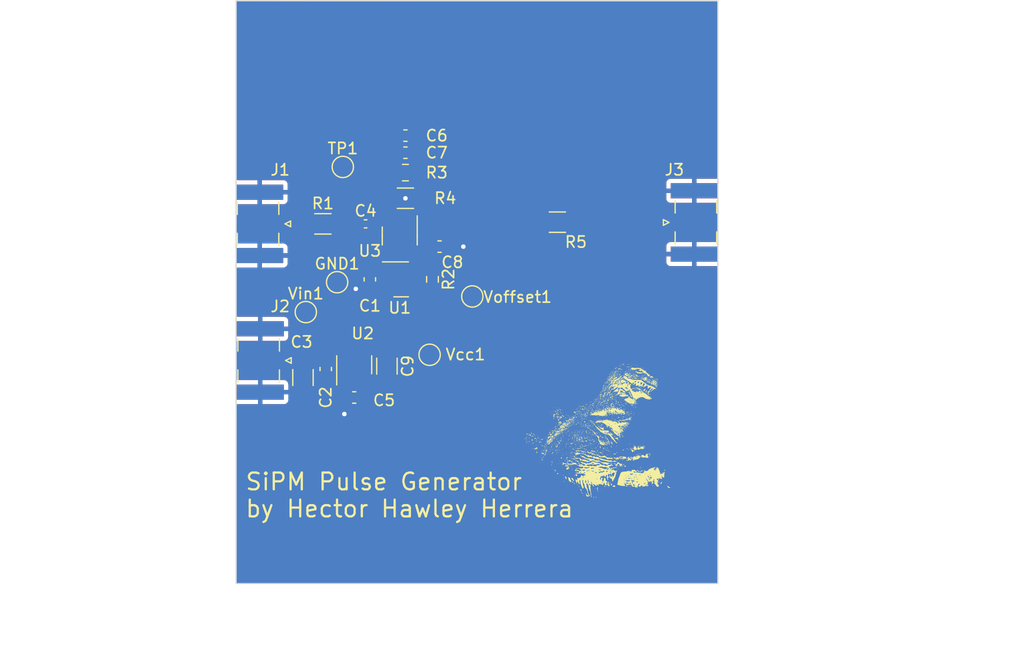
<source format=kicad_pcb>
(kicad_pcb (version 20221018) (generator pcbnew)
  (layers (0 "F.Cu" signal) (31 "B.Cu" signal) (34 "B.Paste" user) (35 "F.Paste" user) (36 "B.SilkS" user "B.Silkscreen") (37 "F.SilkS" user "F.Silkscreen") (38 "B.Mask" user) (39 "F.Mask" user) (44 "Edge.Cuts" user))
  (net 0 "")
  (net 1 "Net-(U3-+)")
  (net 2 "Vcc")
  (net 3 "GND")
  (net 4 "Voffset")
  (net 5 "Net-(J2-In)")
  (net 6 "Net-(U2-Bypass)")
  (net 7 "Net-(J1-In)")
  (net 8 "Net-(J3-In)")
  (net 9 "Net-(C4-Pad1)")
  (net 10 "Net-(C6-Pad2)")
  (footprint "Connector_Coaxial:SMA_Samtec_SMA-J-P-X-ST-EM1_EdgeMount" (layer "F.Cu") (at 131.826 132.08 -90)
    (fp_text reference "J2" (at -4.826 -1.778 -180) (layer "F.SilkS"))
    (fp_text value "Power")
    (pad "1" smd rect (at 0 0.2 270) (size 1.27 3.6) (layers "F.Cu" "F.Paste" "F.Mask") (net 5 "Net-(J2-In)"))
    (pad "2" smd rect (at -2.825 0 270) (size 1.35 4.2) (layers "F.Cu" "F.Paste" "F.Mask") (net 3 "GND"))
    (pad "2" smd rect (at -2.825 0 270) (size 1.35 4.2) (layers "B.Cu" "B.Paste" "B.Mask") (net 3 "GND"))
    (pad "2" smd rect (at 2.825 0 270) (size 1.35 4.2) (layers "F.Cu" "F.Paste" "F.Mask") (net 3 "GND"))
    (pad "2" smd rect (at 2.825 0 270) (size 1.35 4.2) (layers "B.Cu" "B.Paste" "B.Mask") (net 3 "GND"))
  )
  (footprint "Capacitor_SMD:C_0603_1608Metric_Pad1.08x0.95mm_HandSolder" (layer "F.Cu") (at 141.605 124.841 -90)
    (fp_text reference "C1" (at 2.359 -0.005 -180) (layer "F.SilkS"))
    (fp_text value "100n")
    (pad "1" smd roundrect (at -0.8625 0 270) (size 1.075 0.95) (layers "F.Cu" "F.Paste" "F.Mask") (net 4 "Voffset"))
    (pad "2" smd roundrect (at 0.8625 0 270) (size 1.075 0.95) (layers "F.Cu" "F.Paste" "F.Mask") (net 3 "GND"))
  )
  (footprint "TestPoint:TestPoint_Pad_D1.5mm" (layer "F.Cu") (at 139.192 114.808)
    (fp_text reference "TP1" (at 0 -1.648) (layer "F.SilkS"))
    (fp_text value "TestPoint")
    (pad "1" smd circle (at 0 0) (size 1.5 1.5) (layers "F.Cu" "F.Mask") (net 9 "Net-(C4-Pad1)"))
  )
  (footprint "ChargeInjectorLib:godzilla02" (layer "F.Cu") (at 161.454398 137.97877)
    (fp_text reference "G***" hide)
    (fp_text value "LOGO" hide)
  )
  (footprint "Connector_Coaxial:SMA_Samtec_SMA-J-P-X-ST-EM1_EdgeMount" (layer "F.Cu") (at 131.772 119.888 -90)
    (fp_text reference "J1" (at -4.826 -1.832 -180) (layer "F.SilkS"))
    (fp_text value "In")
    (pad "1" smd rect (at 0 0.2 270) (size 1.27 3.6) (layers "F.Cu" "F.Paste" "F.Mask") (net 7 "Net-(J1-In)"))
    (pad "2" smd rect (at -2.825 0 270) (size 1.35 4.2) (layers "F.Cu" "F.Paste" "F.Mask") (net 3 "GND"))
    (pad "2" smd rect (at -2.825 0 270) (size 1.35 4.2) (layers "B.Cu" "B.Paste" "B.Mask") (net 3 "GND"))
    (pad "2" smd rect (at 2.825 0 270) (size 1.35 4.2) (layers "F.Cu" "F.Paste" "F.Mask") (net 3 "GND"))
    (pad "2" smd rect (at 2.825 0 270) (size 1.35 4.2) (layers "B.Cu" "B.Paste" "B.Mask") (net 3 "GND"))
  )
  (footprint "Resistor_SMD:R_1206_3216Metric_Pad1.30x1.75mm_HandSolder" (layer "F.Cu") (at 137.414 119.888)
    (fp_text reference "R1" (at 0 -1.82) (layer "F.SilkS"))
    (fp_text value "Placeholder")
    (pad "1" smd roundrect (at -1.55 0) (size 1.3 1.75) (layers "F.Cu" "F.Paste" "F.Mask") (roundrect_rratio 0.1923076923) (net 7 "Net-(J1-In)"))
    (pad "2" smd roundrect (at 1.55 0) (size 1.3 1.75) (layers "F.Cu" "F.Paste" "F.Mask") (roundrect_rratio 0.1923076923) (net 9 "Net-(C4-Pad1)"))
  )
  (footprint "Capacitor_SMD:C_0603_1608Metric_Pad1.08x0.95mm_HandSolder" (layer "F.Cu") (at 144.78 113.538 180)
    (fp_text reference "C7" (at -2.794 0) (layer "F.SilkS"))
    (fp_text value "3.3n")
    (pad "1" smd roundrect (at -0.8625 0 180) (size 1.075 0.95) (layers "F.Cu" "F.Paste" "F.Mask") (net 10 "Net-(C6-Pad2)"))
    (pad "2" smd roundrect (at 0.8625 0 180) (size 1.075 0.95) (layers "F.Cu" "F.Paste" "F.Mask") (net 1 "Net-(U3-+)"))
  )
  (footprint "Capacitor_SMD:C_0603_1608Metric_Pad1.08x0.95mm_HandSolder" (layer "F.Cu") (at 147.828 121.92)
    (fp_text reference "C8" (at 1.143 1.397) (layer "F.SilkS"))
    (fp_text value "100n")
    (pad "1" smd roundrect (at -0.8625 0) (size 1.075 0.95) (layers "F.Cu" "F.Paste" "F.Mask") (net 2 "Vcc"))
    (pad "2" smd roundrect (at 0.8625 0) (size 1.075 0.95) (layers "F.Cu" "F.Paste" "F.Mask") (net 3 "GND"))
  )
  (footprint "Capacitor_SMD:C_0603_1608Metric_Pad1.08x0.95mm_HandSolder" (layer "F.Cu") (at 140.208 135.382 180)
    (fp_text reference "C5" (at -2.667 -0.254) (layer "F.SilkS"))
    (fp_text value "100n")
    (pad "1" smd roundrect (at -0.8625 0 180) (size 1.075 0.95) (layers "F.Cu" "F.Paste" "F.Mask") (net 6 "Net-(U2-Bypass)"))
    (pad "2" smd roundrect (at 0.8625 0 180) (size 1.075 0.95) (layers "F.Cu" "F.Paste" "F.Mask") (net 3 "GND"))
  )
  (footprint "TestPoint:TestPoint_Pad_D1.5mm" (layer "F.Cu") (at 138.684 125.095)
    (fp_text reference "GND1" (at 0 -1.648) (layer "F.SilkS"))
    (fp_text value "TestPoint")
    (pad "1" smd circle (at 0 0) (size 1.5 1.5) (layers "F.Cu" "F.Mask") (net 3 "GND"))
  )
  (footprint "Connector_Coaxial:SMA_Samtec_SMA-J-P-X-ST-EM1_EdgeMount" (layer "F.Cu") (at 170.561 119.761 90)
    (fp_text reference "J3" (at 4.699 -1.778 180) (layer "F.SilkS"))
    (fp_text value "OUT")
    (pad "1" smd rect (at 0 0.2 90) (size 1.27 3.6) (layers "F.Cu" "F.Paste" "F.Mask") (net 8 "Net-(J3-In)"))
    (pad "2" smd rect (at -2.825 0 90) (size 1.35 4.2) (layers "F.Cu" "F.Paste" "F.Mask") (net 3 "GND"))
    (pad "2" smd rect (at -2.825 0 90) (size 1.35 4.2) (layers "B.Cu" "B.Paste" "B.Mask") (net 3 "GND"))
    (pad "2" smd rect (at 2.825 0 90) (size 1.35 4.2) (layers "F.Cu" "F.Paste" "F.Mask") (net 3 "GND"))
    (pad "2" smd rect (at 2.825 0 90) (size 1.35 4.2) (layers "B.Cu" "B.Paste" "B.Mask") (net 3 "GND"))
  )
  (footprint "TestPoint:TestPoint_Pad_D1.5mm" (layer "F.Cu") (at 135.89 127.762)
    (fp_text reference "Vin1" (at 0 -1.648) (layer "F.SilkS"))
    (fp_text value "TestPoint")
    (pad "1" smd circle (at 0 0) (size 1.5 1.5) (layers "F.Cu" "F.Mask") (net 5 "Net-(J2-In)"))
  )
  (footprint "Capacitor_SMD:C_0402_1005Metric_Pad0.74x0.62mm_HandSolder" (layer "F.Cu") (at 141.224 119.888)
    (fp_text reference "C4" (at 0 -1.16) (layer "F.SilkS"))
    (fp_text value "9.1p")
    (pad "1" smd roundrect (at -0.5675 0) (size 0.735 0.62) (layers "F.Cu" "F.Paste" "F.Mask") (net 9 "Net-(C4-Pad1)"))
    (pad "2" smd roundrect (at 0.5675 0) (size 0.735 0.62) (layers "F.Cu" "F.Paste" "F.Mask") (net 1 "Net-(U3-+)"))
  )
  (footprint "Package_TO_SOT_SMD:SOT-23" (layer "F.Cu") (at 144.399 124.841)
    (fp_text reference "U1" (at -0.127 2.54) (layer "F.SilkS"))
    (fp_text value "LM4040DBZ-2.0")
    (pad "1" smd roundrect (at -0.9375 -0.95) (size 1.475 0.6) (layers "F.Cu" "F.Paste" "F.Mask") (net 4 "Voffset"))
    (pad "2" smd roundrect (at -0.9375 0.95) (size 1.475 0.6) (layers "F.Cu" "F.Paste" "F.Mask") (net 3 "GND"))
    (pad "3" smd roundrect (at 0.9375 0) (size 1.475 0.6) (layers "F.Cu" "F.Paste" "F.Mask"))
  )
  (footprint "Package_TO_SOT_SMD:SOT-23-5" (layer "F.Cu") (at 144.272 120.97 -90)
    (fp_text reference "U3" (at 1.331 2.667 -180) (layer "F.SilkS"))
    (fp_text value "AD8065")
    (pad "1" smd roundrect (at -1.1375 -0.95 270) (size 1.325 0.6) (layers "F.Cu" "F.Paste" "F.Mask") (net 10 "Net-(C6-Pad2)"))
    (pad "2" smd roundrect (at -1.1375 0 270) (size 1.325 0.6) (layers "F.Cu" "F.Paste" "F.Mask") (net 3 "GND"))
    (pad "3" smd roundrect (at -1.1375 0.95 270) (size 1.325 0.6) (layers "F.Cu" "F.Paste" "F.Mask") (net 1 "Net-(U3-+)"))
    (pad "4" smd roundrect (at 1.1375 0.95 270) (size 1.325 0.6) (layers "F.Cu" "F.Paste" "F.Mask") (net 4 "Voffset"))
    (pad "5" smd roundrect (at 1.1375 -0.95 270) (size 1.325 0.6) (layers "F.Cu" "F.Paste" "F.Mask") (net 2 "Vcc"))
  )
  (footprint "Capacitor_SMD:C_1206_3216Metric_Pad1.33x1.80mm_HandSolder" (layer "F.Cu") (at 135.636 133.604 -90)
    (fp_text reference "C3" (at -3.175 0.127 -180) (layer "F.SilkS"))
    (fp_text value "10u")
    (pad "1" smd roundrect (at -1.5625 0 270) (size 1.325 1.8) (layers "F.Cu" "F.Paste" "F.Mask") (roundrect_rratio 0.1886792453) (net 5 "Net-(J2-In)"))
    (pad "2" smd roundrect (at 1.5625 0 270) (size 1.325 1.8) (layers "F.Cu" "F.Paste" "F.Mask") (roundrect_rratio 0.1886792453) (net 3 "GND"))
  )
  (footprint "Resistor_SMD:R_1206_3216Metric_Pad1.30x1.75mm_HandSolder" (layer "F.Cu") (at 158.3436 119.7356)
    (fp_text reference "R5" (at 1.651 1.778) (layer "F.SilkS"))
    (fp_text value "Placeholder" hide)
    (pad "1" smd roundrect (at -1.55 0) (size 1.3 1.75) (layers "F.Cu" "F.Paste" "F.Mask") (roundrect_rratio 0.1923076923) (net 10 "Net-(C6-Pad2)"))
    (pad "2" smd roundrect (at 1.55 0) (size 1.3 1.75) (layers "F.Cu" "F.Paste" "F.Mask") (roundrect_rratio 0.1923076923) (net 8 "Net-(J3-In)"))
  )
  (footprint "Capacitor_SMD:C_0603_1608Metric_Pad1.08x0.95mm_HandSolder" (layer "F.Cu") (at 137.668 132.842 -90)
    (fp_text reference "C2" (at 2.54 0 90) (layer "F.SilkS"))
    (fp_text value "100n")
    (pad "1" smd roundrect (at -0.8625 0 270) (size 1.075 0.95) (layers "F.Cu" "F.Paste" "F.Mask") (net 5 "Net-(J2-In)"))
    (pad "2" smd roundrect (at 0.8625 0 270) (size 1.075 0.95) (layers "F.Cu" "F.Paste" "F.Mask") (net 3 "GND"))
  )
  (footprint "Resistor_SMD:R_1206_3216Metric_Pad1.30x1.75mm_HandSolder" (layer "F.Cu") (at 144.78 117.602)
    (fp_text reference "R4" (at 3.556 0) (layer "F.SilkS"))
    (fp_text value "Placeholder")
    (pad "1" smd roundrect (at -1.55 0) (size 1.3 1.75) (layers "F.Cu" "F.Paste" "F.Mask") (roundrect_rratio 0.1923076923) (net 1 "Net-(U3-+)"))
    (pad "2" smd roundrect (at 1.55 0) (size 1.3 1.75) (layers "F.Cu" "F.Paste" "F.Mask") (roundrect_rratio 0.1923076923) (net 10 "Net-(C6-Pad2)"))
  )
  (footprint "TestPoint:TestPoint_Pad_D1.5mm" (layer "F.Cu") (at 146.939 131.572)
    (fp_text reference "Vcc1" (at 3.2004 -0.0254) (layer "F.SilkS"))
    (fp_text value "TestPoint")
    (pad "1" smd circle (at 0 0) (size 1.5 1.5) (layers "F.Cu" "F.Mask") (net 2 "Vcc"))
  )
  (footprint "TestPoint:TestPoint_Pad_D1.5mm" (layer "F.Cu") (at 150.749 126.365)
    (fp_text reference "Voffset1" (at 4.0386 0.0508) (layer "F.SilkS"))
    (fp_text value "TestPoint")
    (pad "1" smd circle (at 0 0) (size 1.5 1.5) (layers "F.Cu" "F.Mask") (net 4 "Voffset"))
  )
  (footprint "Capacitor_SMD:C_0603_1608Metric_Pad1.08x0.95mm_HandSolder" (layer "F.Cu") (at 144.78 112.014)
    (fp_text reference "C6" (at 2.794 0) (layer "F.SilkS"))
    (fp_text value "Placeholder")
    (pad "1" smd roundrect (at -0.8625 0) (size 1.075 0.95) (layers "F.Cu" "F.Paste" "F.Mask") (net 1 "Net-(U3-+)"))
    (pad "2" smd roundrect (at 0.8625 0) (size 1.075 0.95) (layers "F.Cu" "F.Paste" "F.Mask") (net 10 "Net-(C6-Pad2)"))
  )
  (footprint "Package_TO_SOT_SMD:SOT-23-5" (layer "F.Cu") (at 140.208 132.461 90)
    (fp_text reference "U2" (at 2.794 0.762 180) (layer "F.SilkS"))
    (fp_text value "LK112M50TR")
    (pad "1" smd roundrect (at -1.1375 -0.95 90) (size 1.325 0.6) (layers "F.Cu" "F.Paste" "F.Mask") (net 5 "Net-(J2-In)"))
    (pad "2" smd roundrect (at -1.1375 0 90) (size 1.325 0.6) (layers "F.Cu" "F.Paste" "F.Mask") (net 3 "GND"))
    (pad "3" smd roundrect (at -1.1375 0.95 90) (size 1.325 0.6) (layers "F.Cu" "F.Paste" "F.Mask") (net 6 "Net-(U2-Bypass)"))
    (pad "4" smd roundrect (at 1.1375 0.95 90) (size 1.325 0.6) (layers "F.Cu" "F.Paste" "F.Mask") (net 2 "Vcc"))
    (pad "5" smd roundrect (at 1.1375 -0.95 90) (size 1.325 0.6) (layers "F.Cu" "F.Paste" "F.Mask") (net 5 "Net-(J2-In)"))
  )
  (footprint "Resistor_SMD:R_0603_1608Metric_Pad0.98x0.95mm_HandSolder" (layer "F.Cu") (at 147.193 124.841 -90)
    (fp_text reference "R2" (at 0 -1.43 90) (layer "F.SilkS"))
    (fp_text value "1k")
    (pad "1" smd roundrect (at -0.9125 0 270) (size 0.975 0.95) (layers "F.Cu" "F.Paste" "F.Mask") (net 4 "Voffset"))
    (pad "2" smd roundrect (at 0.9125 0 270) (size 0.975 0.95) (layers "F.Cu" "F.Paste" "F.Mask") (net 2 "Vcc"))
  )
  (footprint "Capacitor_SMD:C_0805_2012Metric_Pad1.18x1.45mm_HandSolder" (layer "F.Cu") (at 144.78 115.316)
    (fp_text reference "R3" (at 2.794 0) (layer "F.SilkS"))
    (fp_text value "49.9")
    (pad "1" smd roundrect (at -1.0375 0) (size 1.175 1.45) (layers "F.Cu" "F.Paste" "F.Mask") (roundrect_rratio 0.2127659574) (net 1 "Net-(U3-+)"))
    (pad "2" smd roundrect (at 1.0375 0) (size 1.175 1.45) (layers "F.Cu" "F.Paste" "F.Mask") (roundrect_rratio 0.2127659574) (net 10 "Net-(C6-Pad2)"))
  )
  (footprint "Capacitor_SMD:C_1206_3216Metric_Pad1.33x1.80mm_HandSolder" (layer "F.Cu") (at 143.129 132.588 -90)
    (fp_text reference "C9" (at 0 -1.85 90) (layer "F.SilkS"))
    (fp_text value "10u")
    (pad "1" smd roundrect (at -1.5625 0 270) (size 1.325 1.8) (layers "F.Cu" "F.Paste" "F.Mask") (roundrect_rratio 0.1886792453) (net 2 "Vcc"))
    (pad "2" smd roundrect (at 1.5625 0 270) (size 1.325 1.8) (layers "F.Cu" "F.Paste" "F.Mask") (roundrect_rratio 0.1886792453) (net 3 "GND"))
  )
  (gr_rect (start 129.667 99.984) (end 172.667 151.984) (stroke (width 0.1)) (fill none) (layer "Edge.Cuts"))
  (gr_text "SiPM Pulse Generator	\nby Hector Hawley Herrera" (at 130.4 146.19) (layer "F.SilkS") (effects (font (size 1.5 1.5) (thickness 0.2)) (justify left bottom)))
  (segment (start 143.9175 113.538) (end 143.9175 115.141) (width 0.254) (layer "F.Cu") (net 1))
  (segment (start 143.7425 117.0895) (end 143.23 117.602) (width 0.254) (layer "F.Cu") (net 1))
  (segment (start 143.9175 112.014) (end 143.9175 113.538) (width 0.254) (layer "F.Cu") (net 1))
  (segment (start 143.2665 119.888) (end 143.322 119.8325) (width 0.254) (layer "F.Cu") (net 1))
  (segment (start 143.322 117.694) (end 143.23 117.602) (width 0.254) (layer "F.Cu") (net 1))
  (segment (start 143.7425 115.316) (end 143.7425 117.0895) (width 0.254) (layer "F.Cu") (net 1))
  (segment (start 143.9175 115.141) (end 143.7425 115.316) (width 0.254) (layer "F.Cu") (net 1))
  (segment (start 141.7915 119.888) (end 143.2665 119.888) (width 0.254) (layer "F.Cu") (net 1))
  (segment (start 143.322 119.8325) (end 143.322 117.694) (width 0.254) (layer "F.Cu") (net 1))
  (segment (start 142.831 131.3235) (end 143.129 131.0255) (width 0.508) (layer "F.Cu") (net 2))
  (segment (start 151.247714 127.569) (end 151.9682 126.848514) (width 0.508) (layer "F.Cu") (net 2))
  (segment (start 146.778 122.1075) (end 146.9655 121.92) (width 0.254) (layer "F.Cu") (net 2))
  (segment (start 151.9682 120.9982) (end 151.36 120.39) (width 0.508) (layer "F.Cu") (net 2))
  (segment (start 143.129 131.0255) (end 146.3925 131.0255) (width 0.508) (layer "F.Cu") (net 2))
  (segment (start 143.129 129.8175) (end 147.193 125.7535) (width 0.508) (layer "F.Cu") (net 2))
  (segment (start 145.222 122.1075) (end 146.778 122.1075) (width 0.254) (layer "F.Cu") (net 2))
  (segment (start 143.129 131.0255) (end 143.129 129.8175) (width 0.508) (layer "F.Cu") (net 2))
  (segment (start 141.158 131.3235) (end 142.831 131.3235) (width 0.508) (layer "F.Cu") (net 2))
  (segment (start 147.18 120.39) (end 146.9655 120.6045) (width 0.508) (layer "F.Cu") (net 2))
  (segment (start 146.9655 120.6045) (end 146.9655 121.92) (width 0.508) (layer "F.Cu") (net 2))
  (segment (start 151.36 120.39) (end 147.18 120.39) (width 0.508) (layer "F.Cu") (net 2))
  (segment (start 151.9682 126.848514) (end 151.9682 120.9982) (width 0.508) (layer "F.Cu") (net 2))
  (segment (start 147.193 125.7535) (end 149.0085 127.569) (width 0.508) (layer "F.Cu") (net 2))
  (segment (start 146.3925 131.0255) (end 146.939 131.572) (width 0.508) (layer "F.Cu") (net 2))
  (segment (start 149.0085 127.569) (end 151.247714 127.569) (width 0.508) (layer "F.Cu") (net 2))
  (segment (start 141.605 125.7035) (end 140.3635 125.7035) (width 0.25) (layer "F.Cu") (net 3))
  (segment (start 148.6905 121.92) (end 149.95 121.92) (width 0.25) (layer "F.Cu") (net 3))
  (segment (start 135.3745 134.905) (end 131.826 134.905) (width 0.25) (layer "F.Cu") (net 3))
  (segment (start 139.3455 136.8445) (end 139.33 136.86) (width 0.254) (layer "F.Cu") (net 3))
  (segment (start 139.3455 135.382) (end 140.208 134.5195) (width 0.254) (layer "F.Cu") (net 3))
  (segment (start 140.3635 125.7035) (end 140.35 125.69) (width 0.25) (layer "F.Cu") (net 3))
  (segment (start 139.3455 135.382) (end 139.3455 136.8445) (width 0.254) (layer "F.Cu") (net 3))
  (segment (start 144.272 119.8325) (end 144.272 118.118) (width 0.25) (layer "F.Cu") (net 3))
  (segment (start 140.208 134.5195) (end 140.208 133.5985) (width 0.254) (layer "F.Cu") (net 3))
  (segment (start 144.272 118.118) (end 144.78 117.61) (width 0.25) (layer "F.Cu") (net 3))
  (segment (start 135.636 135.1665) (end 135.3745 134.905) (width 0.25) (layer "F.Cu") (net 3))
  (via (at 140.35 125.69) (size 0.8) (drill 0.4) (layers "F.Cu" "B.Cu") (net 3))
  (via (at 149.95 121.92) (size 0.8) (drill 0.4) (layers "F.Cu" "B.Cu") (net 3))
  (via (at 139.33 136.86) (size 0.8) (drill 0.4) (layers "F.Cu" "B.Cu") (net 3))
  (via (at 144.78 117.61) (size 0.8) (drill 0.4) (layers "F.Cu" "B.Cu") (net 3))
  (segment (start 148.3125 123.9285) (end 147.193 123.9285) (width 0.254) (layer "F.Cu") (net 4))
  (segment (start 143.499 123.9285) (end 143.4615 123.891) (width 0.254) (layer "F.Cu") (net 4))
  (segment (start 141.605 123.9785) (end 143.374 123.9785) (width 0.254) (layer "F.Cu") (net 4))
  (segment (start 143.4615 122.247) (end 143.322 122.1075) (width 0.254) (layer "F.Cu") (net 4))
  (segment (start 143.4615 123.891) (end 143.4615 122.247) (width 0.254) (layer "F.Cu") (net 4))
  (segment (start 147.193 123.9285) (end 143.499 123.9285) (width 0.254) (layer "F.Cu") (net 4))
  (segment (start 143.374 123.9785) (end 143.4615 123.891) (width 0.254) (layer "F.Cu") (net 4))
  (segment (start 150.749 126.365) (end 148.3125 123.9285) (width 0.254) (layer "F.Cu") (net 4))
  (segment (start 135.5975 132.08) (end 135.636 132.0415) (width 0.508) (layer "F.Cu") (net 5))
  (segment (start 135.636 132.0415) (end 137.606 132.0415) (width 0.508) (layer "F.Cu") (net 5))
  (segment (start 131.626 132.08) (end 135.5975 132.08) (width 0.508) (layer "F.Cu") (net 5))
  (segment (start 139.258 133.5695) (end 137.668 131.9795) (width 0.508) (layer "F.Cu") (net 5))
  (segment (start 137.606 132.0415) (end 137.668 131.9795) (width 0.508) (layer "F.Cu") (net 5))
  (segment (start 135.636 128.016) (end 135.89 127.762) (width 0.508) (layer "F.Cu") (net 5))
  (segment (start 138.602 131.9795) (end 139.258 131.3235) (width 0.508) (layer "F.Cu") (net 5))
  (segment (start 135.636 132.0415) (end 135.636 128.016) (width 0.508) (layer "F.Cu") (net 5))
  (segment (start 139.258 133.5985) (end 139.258 133.5695) (width 0.508) (layer "F.Cu") (net 5))
  (segment (start 137.668 131.9795) (end 138.602 131.9795) (width 0.508) (layer "F.Cu") (net 5))
  (segment (start 141.158 133.5985) (end 141.158 135.2945) (width 0.508) (layer "F.Cu") (net 6))
  (segment (start 141.158 135.2945) (end 141.0705 135.382) (width 0.508) (layer "F.Cu") (net 6))
  (segment (start 135.864 119.888) (end 131.572 119.888) (width 0.254) (layer "F.Cu") (net 7))
  (segment (start 159.919 119.761) (end 170.761 119.761) (width 0.254) (layer "F.Cu") (net 8))
  (segment (start 159.8936 119.7356) (end 159.919 119.761) (width 0.254) (layer "F.Cu") (net 8))
  (segment (start 139.192 119.66) (end 139.192 114.808) (width 0.254) (layer "F.Cu") (net 9))
  (segment (start 138.964 119.888) (end 139.192 119.66) (width 0.254) (layer "F.Cu") (net 9))
  (segment (start 138.964 119.888) (end 140.6565 119.888) (width 0.254) (layer "F.Cu") (net 9))
  (segment (start 145.6425 115.141) (end 145.8175 115.316) (width 0.254) (layer "F.Cu") (net 10))
  (segment (start 145.6425 112.014) (end 145.6425 113.538) (width 0.254) (layer "F.Cu") (net 10))
  (segment (start 145.222 119.8325) (end 145.222 118.71) (width 0.254) (layer "F.Cu") (net 10))
  (segment (start 146.33 117.602) (end 148.4636 119.7356) (width 0.254) (layer "F.Cu") (net 10))
  (segment (start 145.8175 115.316) (end 145.8175 117.0895) (width 0.254) (layer "F.Cu") (net 10))
  (segment (start 148.4636 119.7356) (end 156.7936 119.7356) (width 0.254) (layer "F.Cu") (net 10))
  (segment (start 145.6425 113.538) (end 145.6425 115.141) (width 0.254) (layer "F.Cu") (net 10))
  (segment (start 145.222 118.71) (end 146.33 117.602) (width 0.254) (layer "F.Cu") (net 10))
  (segment (start 145.8175 117.0895) (end 146.33 117.602) (width 0.254) (layer "F.Cu") (net 10))
  (zone (net 3) (net_name "GND") (layers "F&B.Cu") (connect_pads (clearance 0)) (min_thickness 0.25) (fill yes (thermal_gap 0.4) (thermal_bridge_width 0.4))
    (polygon (pts (xy 129.6924 151.9936) (xy 172.6692 151.9936) (xy 172.6692 99.9744) (xy 129.6924 100.0252) (xy 129.6924 100.2284)))
  )
)
</source>
